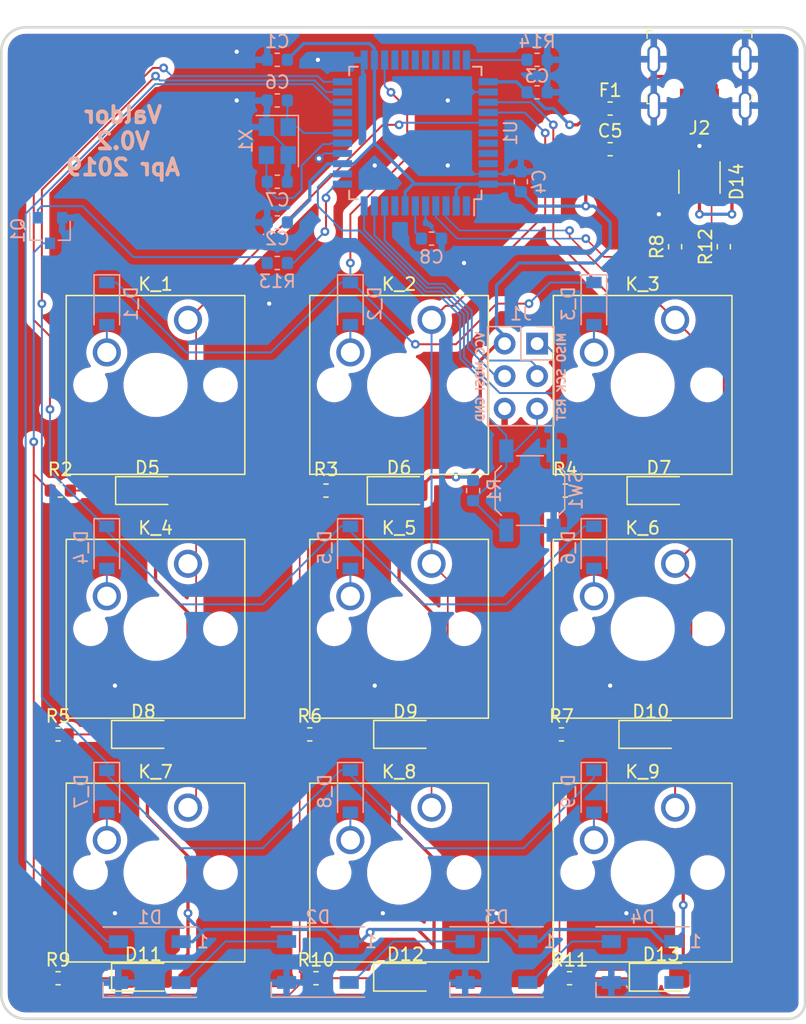
<source format=kicad_pcb>
(kicad_pcb (version 20211014) (generator pcbnew)

  (general
    (thickness 1.6)
  )

  (paper "A4")
  (layers
    (0 "F.Cu" signal)
    (31 "B.Cu" signal)
    (32 "B.Adhes" user "B.Adhesive")
    (33 "F.Adhes" user "F.Adhesive")
    (34 "B.Paste" user)
    (35 "F.Paste" user)
    (36 "B.SilkS" user "B.Silkscreen")
    (37 "F.SilkS" user "F.Silkscreen")
    (38 "B.Mask" user)
    (39 "F.Mask" user)
    (40 "Dwgs.User" user "User.Drawings")
    (41 "Cmts.User" user "User.Comments")
    (42 "Eco1.User" user "User.Eco1")
    (43 "Eco2.User" user "User.Eco2")
    (44 "Edge.Cuts" user)
    (45 "Margin" user)
    (46 "B.CrtYd" user "B.Courtyard")
    (47 "F.CrtYd" user "F.Courtyard")
    (48 "B.Fab" user)
    (49 "F.Fab" user)
  )

  (setup
    (pad_to_mask_clearance 0.2)
    (solder_mask_min_width 0.25)
    (grid_origin 71.75 40)
    (pcbplotparams
      (layerselection 0x00010f0_ffffffff)
      (disableapertmacros false)
      (usegerberextensions true)
      (usegerberattributes true)
      (usegerberadvancedattributes false)
      (creategerberjobfile false)
      (svguseinch false)
      (svgprecision 6)
      (excludeedgelayer true)
      (plotframeref false)
      (viasonmask false)
      (mode 1)
      (useauxorigin false)
      (hpglpennumber 1)
      (hpglpenspeed 20)
      (hpglpendiameter 15.000000)
      (dxfpolygonmode true)
      (dxfimperialunits true)
      (dxfusepcbnewfont true)
      (psnegative false)
      (psa4output false)
      (plotreference true)
      (plotvalue true)
      (plotinvisibletext false)
      (sketchpadsonfab false)
      (subtractmaskfromsilk false)
      (outputformat 1)
      (mirror false)
      (drillshape 0)
      (scaleselection 1)
      (outputdirectory "gerbers/")
    )
  )

  (net 0 "")
  (net 1 "/row0")
  (net 2 "/row1")
  (net 3 "/col1")
  (net 4 "/col0")
  (net 5 "GND")
  (net 6 "VCC")
  (net 7 "/xtal2")
  (net 8 "/xtal1")
  (net 9 "/D-")
  (net 10 "/D+")
  (net 11 "/Du-")
  (net 12 "/Du+")
  (net 13 "/Ucap")
  (net 14 "unconnected-(D4-Pad2)")
  (net 15 "unconnected-(J2-Pad4)")
  (net 16 "unconnected-(U1-Pad42)")
  (net 17 "unconnected-(U1-Pad41)")
  (net 18 "unconnected-(U1-Pad40)")
  (net 19 "unconnected-(U1-Pad39)")
  (net 20 "unconnected-(U1-Pad32)")
  (net 21 "unconnected-(U1-Pad31)")
  (net 22 "unconnected-(U1-Pad30)")
  (net 23 "unconnected-(U1-Pad29)")
  (net 24 "unconnected-(U1-Pad28)")
  (net 25 "unconnected-(U1-Pad27)")
  (net 26 "/RGBLED")
  (net 27 "/LED")
  (net 28 "Net-(Q1-Pad3)")
  (net 29 "Net-(Q1-Pad1)")
  (net 30 "Net-(D9-Pad1)")
  (net 31 "Net-(D8-Pad1)")
  (net 32 "Net-(D2-Pad2)")
  (net 33 "Net-(D3-Pad2)")
  (net 34 "Net-(D_1-Pad2)")
  (net 35 "Net-(D_2-Pad2)")
  (net 36 "Net-(D_3-Pad2)")
  (net 37 "Net-(D_4-Pad2)")
  (net 38 "Net-(D7-Pad1)")
  (net 39 "Net-(D6-Pad1)")
  (net 40 "/Vu")
  (net 41 "/RST")
  (net 42 "/MISO")
  (net 43 "/MOSI")
  (net 44 "/SCK")
  (net 45 "unconnected-(U1-Pad26)")
  (net 46 "unconnected-(U1-Pad19)")
  (net 47 "Net-(D10-Pad1)")
  (net 48 "Net-(D5-Pad1)")
  (net 49 "Net-(D11-Pad1)")
  (net 50 "Net-(D12-Pad1)")
  (net 51 "Net-(D13-Pad1)")
  (net 52 "/col2")
  (net 53 "unconnected-(U1-Pad18)")
  (net 54 "unconnected-(U1-Pad8)")
  (net 55 "/row2")
  (net 56 "Net-(D1-Pad2)")
  (net 57 "unconnected-(U1-Pad1)")
  (net 58 "Net-(D_7-Pad2)")
  (net 59 "Net-(D_9-Pad2)")
  (net 60 "Net-(D_8-Pad2)")
  (net 61 "Net-(D_6-Pad2)")
  (net 62 "Net-(D_5-Pad2)")
  (net 63 "Net-(R14-Pad2)")
  (net 64 "/Dp-")
  (net 65 "/Dp+")

  (footprint "Resistor_SMD:R_0603_1608Metric" (layer "F.Cu") (at 66.035 133.98))

  (footprint "Resistor_SMD:R_0603_1608Metric" (layer "F.Cu") (at 84.75 133.98))

  (footprint "Capacitor_SMD:C_0603_1608Metric" (layer "F.Cu") (at 88.26 107.31))

  (footprint "Resistor_SMD:R_0603_1608Metric" (layer "F.Cu") (at 45.08 172.08))

  (footprint "Resistor_SMD:R_0603_1608Metric" (layer "F.Cu") (at 93.34 114.93 90))

  (footprint "Resistor_SMD:R_0603_1608Metric" (layer "F.Cu") (at 84.45 153.03))

  (footprint "Resistor_SMD:R_0603_1608Metric" (layer "F.Cu") (at 64.765 153.03))

  (footprint "Resistor_SMD:R_0603_1608Metric" (layer "F.Cu") (at 45.08 153.03))

  (footprint "LED_SMD:LED_1206_3216Metric_Castellated" (layer "F.Cu") (at 51.75 153.03))

  (footprint "LED_SMD:LED_1206_3216Metric_Castellated" (layer "F.Cu") (at 71.75 133.98))

  (footprint "LED_SMD:LED_1206_3216Metric_Castellated" (layer "F.Cu") (at 72.25 153.03))

  (footprint "LED_SMD:LED_1206_3216Metric_Castellated" (layer "F.Cu") (at 92.07 133.98))

  (footprint "Resistor_SMD:R_0603_1608Metric" (layer "F.Cu") (at 88.26 104.135))

  (footprint "personal-footprints:USB_Micro_B_Female_BI0001715" (layer "F.Cu") (at 95.245 103.5 180))

  (footprint "Resistor_SMD:R_0603_1608Metric" (layer "F.Cu") (at 65.25 172.08))

  (footprint "Resistor_SMD:R_0603_1608Metric" (layer "F.Cu") (at 85.085 172.08))

  (footprint "LED_SMD:LED_1206_3216Metric_Castellated" (layer "F.Cu") (at 52.065 133.98))

  (footprint "LED_SMD:LED_1206_3216Metric_Castellated" (layer "F.Cu") (at 51.75 172))

  (footprint "LED_SMD:LED_1206_3216Metric_Castellated" (layer "F.Cu") (at 72.25 172))

  (footprint "LED_SMD:LED_1206_3216Metric_Castellated" (layer "F.Cu") (at 92.25 172))

  (footprint "LED_SMD:LED_1206_3216Metric_Castellated" (layer "F.Cu") (at 91.435 153.03))

  (footprint "Package_TO_SOT_SMD:SOT-23-6" (layer "F.Cu") (at 95.245 109.85 -90))

  (footprint "Resistor_SMD:R_0603_1608Metric" (layer "F.Cu") (at 97.15 114.93 90))

  (footprint "Resistor_SMD:R_0603_1608Metric" (layer "F.Cu") (at 45.25 133.98))

  (footprint "Button_Switch_Keyboard:SW_Cherry_MX1A_1.00u_PCB" (layer "F.Cu") (at 55.24 120.645))

  (footprint "Button_Switch_Keyboard:SW_Cherry_MX1A_1.00u_PCB" (layer "F.Cu") (at 74.29 120.645))

  (footprint "Button_Switch_Keyboard:SW_Cherry_MX1A_1.00u_PCB" (layer "F.Cu") (at 93.34 120.645))

  (footprint "Button_Switch_Keyboard:SW_Cherry_MX1A_1.00u_PCB" (layer "F.Cu") (at 55.24 139.695))

  (footprint "Button_Switch_Keyboard:SW_Cherry_MX1A_1.00u_PCB" (layer "F.Cu") (at 74.29 139.695))

  (footprint "Button_Switch_Keyboard:SW_Cherry_MX1A_1.00u_PCB" (layer "F.Cu") (at 93.34 139.695))

  (footprint "Button_Switch_Keyboard:SW_Cherry_MX1A_1.00u_PCB" (layer "F.Cu") (at 55.24 158.745))

  (footprint "Button_Switch_Keyboard:SW_Cherry_MX1A_1.00u_PCB" (layer "F.Cu") (at 74.29 158.745))

  (footprint "Button_Switch_Keyboard:SW_Cherry_MX1A_1.00u_PCB" (layer "F.Cu") (at 93.34 158.745))

  (footprint "Package_QFP:TQFP-44_10x10mm_P0.8mm" (layer "B.Cu") (at 73.02 106.04 90))

  (footprint "Resistor_SMD:R_0603_1608Metric" (layer "B.Cu") (at 77.541764 133.98 90))

  (footprint "Capacitor_SMD:C_0603_1608Metric" (layer "B.Cu") (at 74.29 114.295))

  (footprint "Capacitor_SMD:C_0603_1608Metric" (layer "B.Cu") (at 62.225 113.025 180))

  (footprint "Capacitor_SMD:C_0603_1608Metric" (layer "B.Cu") (at 82.545 102.865))

  (footprint "Capacitor_SMD:C_0603_1608Metric" (layer "B.Cu") (at 81.275 109.85 90))

  (footprint "Capacitor_SMD:C_0603_1608Metric" (layer "B.Cu") (at 62.225 103.5 180))

  (footprint "Capacitor_SMD:C_0603_1608Metric" (layer "B.Cu") (at 62.225 109.85))

  (footprint "Diode_SMD:D_SOD-123" (layer "B.Cu") (at 48.89 119.375 -90))

  (footprint "Diode_SMD:D_SOD-123" (layer "B.Cu") (at 86.99 119.375 -90))

  (footprint "Diode_SMD:D_SOD-123" (layer "B.Cu") (at 48.89 138.425 -90))

  (footprint "Crystal:Crystal_SMD_3225-4Pin_3.2x2.5mm" (layer "B.Cu") (at 62.225 106.675 -90))

  (footprint "LED_SMD:LED_WS2812B_PLCC4_5.0x5.0mm_P3.2mm" (layer "B.Cu") (at 65.4 170.81 180))

  (footprint "LED_SMD:LED_WS2812B_PLCC4_5.0x5.0mm_P3.2mm" (layer "B.Cu") (at 79.37 170.81 180))

  (footprint "LED_SMD:LED_WS2812B_PLCC4_5.0x5.0mm_P3.2mm" (layer "B.Cu") (at 90.8 170.81 180))

  (footprint "Button_Switch_SMD:SW_SPST_SKQG_WithoutStem" (layer "B.Cu") (at 81.986764 133.98 90))

  (footprint "Resistor_SMD:R_0603_1608Metric" (layer "B.Cu") (at 62.225 116.2))

  (footprint "Resistor_SMD:R_0603_1608Metric" (layer "B.Cu") (at 82.545 100.325 180))

  (footprint "LED_SMD:LED_WS2812B_PLCC4_5.0x5.0mm_P3.2mm" (layer "B.Cu") (at 52.25 170.825 180))

  (footprint "Diode_SMD:D_SOD-123" (layer "B.Cu")
    (tedit 58645DC7) (tstamp 00000000-0000-0000-0000-00005cb1b046)
    (at 48.89 157.475 -90)
    (descr "SOD-123")
    (tags "SOD-123")
    (property "PartNr" "C181134")
    (property "Sheetfile" "/home/valdor/workspace/keyboard/tests_pcb/sample_atmega32/keyboard_pcb.sch")
    (property "Sheetname" "")
    (path "/00000000-0000-0000-0000-00005cb46174")
    (attr smd)
    (fp_text reference "D_7" (at 0 2 -90) (layer "B.SilkS")
      (effects (font (size 1 1) (thickness 0.15)) (justify mirror))
      (tstamp 5323541d-09af-4d9b-886a-91b0308684f4)
    )
    (fp_text value "D" (at 0 -2.1 -90) (layer "B.Fab")
      (effects (font (size 1 1) (thickness 0.15)) (justify mirror))
      (tstamp 12a5bb6f-8bc7-4ae6-8be3-fe7a69e71421)
    )
    (fp_text user "${REFERENCE}" (at 0 2 -90) (layer "B.Fab")
      (effects (font (size 1 1) (thickness 0.15)) (justify mirror))
      (tstamp 8a89828e-a900-445b-8719-32e3fc89f5c3)
    )
    (fp_line (start -2.25 1) (end -2.25 -1) (layer "B.SilkS") (width 0.12) (tstamp 1e84d185-81f1-4411-8c58-26d04c38b4ae))
    (fp_line (start -2.25 1) (end 1.65 1) (layer "B.SilkS") (width 0.12) (tstamp 7151bc27-2ef5-44e8-8b0e-8ec1e54d7a1f))
    (fp_line (start -2.25 -1) (end 1.65 -1) (layer "B.SilkS") (width 0.12) (tstamp c82463f7-290d-40ea-afe9-ee3d7a711a8e))
    (fp_line (start -2.35 1.15) (end 2.35 1.15) (layer "B.CrtYd") (width 0.05) (tstamp 07695c7d-1578-4bda-b07c-a78513b8c598))
    (fp_line (start -2.35 1.15) (end -2.35 -1.15) (layer "B.CrtYd") (width 0.05) (tstamp 17d70f12-7861-4f4b-b422-25ef093911ab))
    (fp_line (start 2.35 1.15) (end 2.35 -1.15) (layer "B.CrtYd") (width 0.05) (tstamp 55198f1e-c562-4a26-b165-aa83d6d5f962))
    (fp_line (start 2.35 -1.15) (end -2.35 -1.15) (layer "B.CrtYd") (width 0.05) (tstamp 5c20e7ff-9f18-41b8-bdea-426c4de6644c))
    (fp_line (start -0.35 0) (end -0.35 -0.55) (layer "B.Fab") (width 0.1) (tstamp 129507ca-3e6d-4494-bf6d-23e08df23d12))
    (fp_line (start -0.75 0) (end -0.35 0) (layer "B.Fab") (width 0.1) (tstamp 156983bc-498f-4d4f-9309-f4db0fa30469))
    (fp_line (start 1.4 -0.9) (end -1.4 -0.9) (layer "B.Fab") (width 0.1) (tstamp 1b808939-26b3-44c4-a68e-9224f0b3eba5))
    (fp_line (start 0.25 0) (end 0.75 0) (layer "B.Fab") (width 0.1) (tstamp 38bfe399-0efe-4f13-a58c-88e663471622))
    (fp_line (start 0.25 0.4) (end 0.25 -0.4) (layer "B.Fab") (width 0.1) (tstamp 616af57b-320d-465e-86c0-4166ed0517db))
    (fp_line (start -0.35 0) (end 0.25 0.4) (layer "B.Fab") (width 0.1) (tstamp 99c2b272-9e61-4e9f-95e7-f705547abd0e))
    (fp_line (start 0.25 -0.4) (end -0.35 0) (layer "B.Fab") (width 0.1) (tstamp abf2da53-88e7-4140-b826-4ed1a5e7d284))
    (fp_line (start 1.4 0.9) (end 1.4 -0.9) (layer "B.Fab") (width 0.1) (tstamp bccce205-422e-4cac-bac1-5e2bd929fbc3))
    (fp_line (start -1.4 -0.9) (end -1.4 0.9) (layer "B.Fab") (width 0.1) (tstamp debba23e-ecc8-4780-928d-1e0a55c3efda))
    (fp_line (start -1.4 0.9) (end 1.4 0.9) (layer "B.Fab") (width 0.1) (tstamp e53902ac-16e7-4acb-a974-0f5c2ddc9a3b))
    (fp_line (start -0.35 0) (end -0.35 0.55) (layer "B.Fab") (width 0.1) (tstamp f12e1367-7afb-4080-8f21-fe1cc80c6423))
    (pad "1" smd rect locked (at -1.65 0 270) (size 0.9 1.2) (layers "B.Cu" "B.Paste" "B.Mask")
      (net 1 "/ro
... [780293 chars truncated]
</source>
